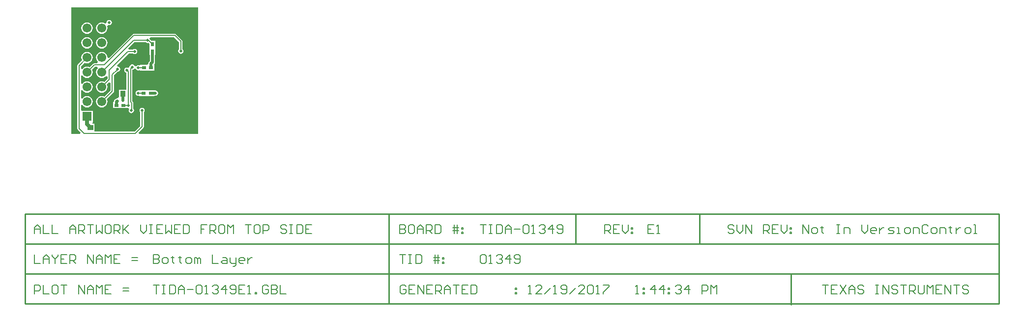
<source format=gbl>
G04 Layer_Physical_Order=2*
G04 Layer_Color=16711680*
%FSAX25Y25*%
%MOIN*%
G70*
G01*
G75*
%ADD11R,0.03937X0.03740*%
%ADD12R,0.02362X0.03150*%
%ADD13C,0.02000*%
%ADD14C,0.00800*%
%ADD16C,0.01000*%
%ADD17C,0.06102*%
%ADD18R,0.06102X0.06102*%
%ADD19C,0.02000*%
%ADD20R,0.03740X0.03937*%
%ADD21R,0.03150X0.02362*%
%ADD22C,0.02500*%
G36*
X0157161Y0155439D02*
X0117258D01*
X0116875Y0156363D01*
X0120156Y0159644D01*
X0120156Y0159644D01*
X0120419Y0160037D01*
X0120511Y0160500D01*
Y0170159D01*
X0120589Y0170211D01*
X0120984Y0170803D01*
X0121122Y0171500D01*
X0120984Y0172197D01*
X0120589Y0172789D01*
X0119997Y0173184D01*
X0119300Y0173322D01*
X0118603Y0173184D01*
X0118011Y0172789D01*
X0117616Y0172197D01*
X0117478Y0171500D01*
X0117616Y0170803D01*
X0118011Y0170211D01*
X0118089Y0170159D01*
Y0161002D01*
X0114199Y0157111D01*
X0087852D01*
X0086906Y0157243D01*
X0086906Y0158111D01*
Y0162557D01*
X0085508D01*
X0085505Y0162561D01*
X0085839Y0163561D01*
X0085839D01*
Y0171239D01*
X0078811D01*
X0078161Y0171239D01*
X0077811Y0172093D01*
Y0174994D01*
X0077878Y0175032D01*
X0078811Y0175251D01*
X0079262Y0174662D01*
X0080064Y0174047D01*
X0080998Y0173660D01*
X0082000Y0173528D01*
X0083002Y0173660D01*
X0083936Y0174047D01*
X0084738Y0174662D01*
X0085353Y0175464D01*
X0085740Y0176398D01*
X0085872Y0177400D01*
X0085740Y0178402D01*
X0085353Y0179336D01*
X0084738Y0180138D01*
X0083936Y0180753D01*
X0083002Y0181140D01*
X0082000Y0181272D01*
X0080998Y0181140D01*
X0080064Y0180753D01*
X0079262Y0180138D01*
X0078811Y0179549D01*
X0077878Y0179768D01*
X0077811Y0179806D01*
Y0184994D01*
X0077878Y0185032D01*
X0078811Y0185251D01*
X0079262Y0184662D01*
X0080064Y0184047D01*
X0080998Y0183660D01*
X0082000Y0183528D01*
X0083002Y0183660D01*
X0083936Y0184047D01*
X0084738Y0184662D01*
X0085353Y0185464D01*
X0085740Y0186398D01*
X0085872Y0187400D01*
X0085740Y0188402D01*
X0085353Y0189336D01*
X0084738Y0190138D01*
X0083936Y0190753D01*
X0083002Y0191140D01*
X0082000Y0191272D01*
X0080998Y0191140D01*
X0080064Y0190753D01*
X0079262Y0190138D01*
X0078811Y0189549D01*
X0077878Y0189768D01*
X0077811Y0189806D01*
Y0194994D01*
X0077878Y0195032D01*
X0078811Y0195251D01*
X0079262Y0194662D01*
X0080064Y0194047D01*
X0080998Y0193660D01*
X0082000Y0193528D01*
X0083002Y0193660D01*
X0083936Y0194047D01*
X0084738Y0194662D01*
X0085353Y0195464D01*
X0085740Y0196398D01*
X0085872Y0197400D01*
X0085740Y0198402D01*
X0085439Y0199127D01*
X0087502Y0201189D01*
X0088990D01*
X0089330Y0200189D01*
X0089262Y0200138D01*
X0088647Y0199336D01*
X0088260Y0198402D01*
X0088128Y0197400D01*
X0088260Y0196398D01*
X0088647Y0195464D01*
X0089262Y0194662D01*
X0090064Y0194047D01*
X0090998Y0193660D01*
X0092000Y0193528D01*
X0093002Y0193660D01*
X0093936Y0194047D01*
X0094738Y0194662D01*
X0094889Y0194860D01*
X0095889Y0194520D01*
Y0193001D01*
X0093727Y0190839D01*
X0093002Y0191140D01*
X0092000Y0191272D01*
X0090998Y0191140D01*
X0090064Y0190753D01*
X0089262Y0190138D01*
X0088647Y0189336D01*
X0088260Y0188402D01*
X0088128Y0187400D01*
X0088260Y0186398D01*
X0088647Y0185464D01*
X0089262Y0184662D01*
X0090064Y0184047D01*
X0090998Y0183660D01*
X0092000Y0183528D01*
X0093002Y0183660D01*
X0093936Y0184047D01*
X0094738Y0184662D01*
X0095353Y0185464D01*
X0095740Y0186398D01*
X0095872Y0187400D01*
X0095740Y0188402D01*
X0095439Y0189127D01*
X0096965Y0190653D01*
X0097889Y0190271D01*
Y0185002D01*
X0093727Y0180839D01*
X0093002Y0181140D01*
X0092000Y0181272D01*
X0090998Y0181140D01*
X0090064Y0180753D01*
X0089262Y0180138D01*
X0088647Y0179336D01*
X0088260Y0178402D01*
X0088128Y0177400D01*
X0088260Y0176398D01*
X0088647Y0175464D01*
X0089262Y0174662D01*
X0090064Y0174047D01*
X0090998Y0173660D01*
X0092000Y0173528D01*
X0093002Y0173660D01*
X0093936Y0174047D01*
X0094738Y0174662D01*
X0095353Y0175464D01*
X0095740Y0176398D01*
X0095872Y0177400D01*
X0095740Y0178402D01*
X0095439Y0179127D01*
X0099956Y0183644D01*
X0099956Y0183644D01*
X0100218Y0184037D01*
X0100311Y0184500D01*
X0100311Y0184500D01*
Y0195210D01*
X0102798Y0197697D01*
X0103397Y0197816D01*
X0103989Y0198211D01*
X0104384Y0198803D01*
X0104522Y0199500D01*
X0104384Y0200197D01*
X0103989Y0200789D01*
X0103397Y0201184D01*
X0102741Y0201314D01*
X0102623Y0201489D01*
X0102268Y0202256D01*
X0110301Y0210289D01*
X0112859D01*
X0112911Y0210211D01*
X0113503Y0209816D01*
X0114200Y0209678D01*
X0114897Y0209816D01*
X0115489Y0210211D01*
X0115884Y0210803D01*
X0116022Y0211500D01*
X0115884Y0212197D01*
X0115489Y0212789D01*
X0114897Y0213184D01*
X0114200Y0213322D01*
X0113503Y0213184D01*
X0112911Y0212789D01*
X0112859Y0212711D01*
X0110437D01*
X0110023Y0213711D01*
X0114201Y0217889D01*
X0121659D01*
X0121711Y0217811D01*
X0122303Y0217416D01*
X0123000Y0217278D01*
X0123561Y0217389D01*
X0124331Y0216619D01*
X0124331Y0214000D01*
X0124331Y0213000D01*
Y0209276D01*
X0124478D01*
Y0205030D01*
X0124074Y0204626D01*
X0123679Y0204035D01*
X0123540Y0203338D01*
X0123441Y0203103D01*
X0123000Y0202468D01*
X0122000Y0202468D01*
X0118276D01*
Y0202468D01*
X0117276Y0202179D01*
X0116759Y0202281D01*
X0116062Y0202143D01*
X0115470Y0201748D01*
X0115334Y0201543D01*
X0114284Y0201697D01*
X0113889Y0202289D01*
X0113297Y0202684D01*
X0112600Y0202822D01*
X0111903Y0202684D01*
X0111311Y0202289D01*
X0110916Y0201697D01*
X0110778Y0201000D01*
X0110575Y0200787D01*
X0109779Y0200502D01*
X0109082Y0200641D01*
X0108385Y0200502D01*
X0107793Y0200107D01*
X0107398Y0199515D01*
X0107260Y0198818D01*
X0107398Y0198121D01*
X0107793Y0197529D01*
X0108385Y0197134D01*
X0108789Y0197054D01*
Y0185471D01*
X0103542D01*
Y0180464D01*
X0102653Y0179692D01*
X0102500Y0179722D01*
X0101803Y0179584D01*
X0101211Y0179189D01*
X0100749Y0178726D01*
X0100354Y0178135D01*
X0100272Y0177722D01*
X0099676Y0176969D01*
X0099676Y0176969D01*
X0099676Y0176969D01*
Y0173031D01*
X0103400D01*
X0104400Y0173031D01*
X0105400Y0173031D01*
X0109124D01*
Y0173031D01*
X0110000Y0173178D01*
X0110527Y0172263D01*
X0110416Y0172097D01*
X0110278Y0171400D01*
X0110416Y0170703D01*
X0110811Y0170111D01*
X0111403Y0169716D01*
X0112100Y0169578D01*
X0112797Y0169716D01*
X0113389Y0170111D01*
X0113784Y0170703D01*
X0113922Y0171400D01*
X0113784Y0172097D01*
X0113398Y0172675D01*
Y0176700D01*
X0113398Y0176700D01*
X0113306Y0177163D01*
X0113043Y0177556D01*
X0113043Y0177556D01*
X0112798Y0177802D01*
Y0199217D01*
X0113297Y0199316D01*
X0113889Y0199711D01*
X0114025Y0199916D01*
X0115075Y0199762D01*
X0115470Y0199170D01*
X0116062Y0198775D01*
X0116759Y0198637D01*
X0117276Y0198739D01*
X0118276Y0198531D01*
Y0198531D01*
X0122000D01*
X0123000Y0198531D01*
X0124000Y0198531D01*
X0127724D01*
Y0202468D01*
X0127724Y0202468D01*
X0127870Y0203408D01*
X0127984Y0203578D01*
X0128122Y0204276D01*
X0128122Y0204276D01*
Y0209276D01*
X0128269D01*
Y0213000D01*
X0128269Y0214000D01*
X0128269Y0215000D01*
Y0218724D01*
X0125650D01*
X0124710Y0219664D01*
X0124684Y0219797D01*
X0124422Y0220189D01*
X0124658Y0220902D01*
X0124865Y0221189D01*
X0140998D01*
X0144289Y0217899D01*
Y0213141D01*
X0144211Y0213089D01*
X0143816Y0212497D01*
X0143678Y0211800D01*
X0143816Y0211103D01*
X0144211Y0210511D01*
X0144803Y0210116D01*
X0145500Y0209978D01*
X0146197Y0210116D01*
X0146789Y0210511D01*
X0147184Y0211103D01*
X0147322Y0211800D01*
X0147184Y0212497D01*
X0146789Y0213089D01*
X0146711Y0213141D01*
Y0218400D01*
X0146618Y0218863D01*
X0146356Y0219256D01*
X0146356Y0219256D01*
X0142356Y0223256D01*
X0141963Y0223518D01*
X0141500Y0223611D01*
X0141500Y0223611D01*
X0113800D01*
X0113337Y0223518D01*
X0112944Y0223256D01*
X0096849Y0207161D01*
X0096327Y0207289D01*
X0095849Y0207575D01*
X0095740Y0208402D01*
X0095353Y0209336D01*
X0094738Y0210138D01*
X0093936Y0210753D01*
X0093002Y0211140D01*
X0092000Y0211272D01*
X0090998Y0211140D01*
X0090064Y0210753D01*
X0089262Y0210138D01*
X0088647Y0209336D01*
X0088260Y0208402D01*
X0088128Y0207400D01*
X0088260Y0206398D01*
X0088647Y0205464D01*
X0089262Y0204662D01*
X0089330Y0204611D01*
X0088990Y0203611D01*
X0087000D01*
X0087000Y0203611D01*
X0086537Y0203519D01*
X0086144Y0203256D01*
X0086144Y0203256D01*
X0083727Y0200839D01*
X0083002Y0201140D01*
X0082000Y0201272D01*
X0080998Y0201140D01*
X0080064Y0200753D01*
X0079262Y0200138D01*
X0078811Y0199549D01*
X0077878Y0199768D01*
X0077811Y0199806D01*
Y0201499D01*
X0080273Y0203961D01*
X0080998Y0203660D01*
X0082000Y0203528D01*
X0083002Y0203660D01*
X0083936Y0204047D01*
X0084738Y0204662D01*
X0085353Y0205464D01*
X0085740Y0206398D01*
X0085872Y0207400D01*
X0085740Y0208402D01*
X0085353Y0209336D01*
X0084738Y0210138D01*
X0083936Y0210753D01*
X0083002Y0211140D01*
X0082000Y0211272D01*
X0080998Y0211140D01*
X0080064Y0210753D01*
X0079262Y0210138D01*
X0078647Y0209336D01*
X0078260Y0208402D01*
X0078128Y0207400D01*
X0078260Y0206398D01*
X0078561Y0205673D01*
X0075744Y0202856D01*
X0075481Y0202463D01*
X0075389Y0202000D01*
X0075389Y0202000D01*
Y0159200D01*
X0075389Y0159200D01*
X0075481Y0158737D01*
X0075744Y0158344D01*
X0077725Y0156363D01*
X0077342Y0155439D01*
X0071239D01*
Y0241361D01*
X0157161D01*
Y0155439D01*
D02*
G37*
%LPC*%
G36*
X0082000Y0221272D02*
X0080998Y0221140D01*
X0080064Y0220753D01*
X0079262Y0220138D01*
X0078647Y0219336D01*
X0078260Y0218402D01*
X0078128Y0217400D01*
X0078260Y0216398D01*
X0078647Y0215464D01*
X0079262Y0214662D01*
X0080064Y0214047D01*
X0080998Y0213660D01*
X0082000Y0213528D01*
X0083002Y0213660D01*
X0083936Y0214047D01*
X0084738Y0214662D01*
X0085353Y0215464D01*
X0085740Y0216398D01*
X0085872Y0217400D01*
X0085740Y0218402D01*
X0085353Y0219336D01*
X0084738Y0220138D01*
X0083936Y0220753D01*
X0083002Y0221140D01*
X0082000Y0221272D01*
D02*
G37*
G36*
X0122800Y0185169D02*
X0121800Y0185169D01*
X0118076D01*
X0118076Y0185169D01*
X0117076Y0185048D01*
X0116700Y0185122D01*
X0116003Y0184984D01*
X0115411Y0184589D01*
X0115016Y0183997D01*
X0114878Y0183300D01*
X0115016Y0182603D01*
X0115411Y0182011D01*
X0116003Y0181616D01*
X0116700Y0181478D01*
X0117076Y0181552D01*
X0118076Y0181231D01*
Y0181231D01*
X0121800D01*
X0122800Y0181231D01*
X0123800Y0181231D01*
X0127524D01*
Y0181378D01*
X0128400D01*
X0129097Y0181516D01*
X0129689Y0181911D01*
X0130084Y0182503D01*
X0130222Y0183200D01*
X0130084Y0183897D01*
X0129689Y0184489D01*
X0129097Y0184884D01*
X0128400Y0185022D01*
X0127524D01*
Y0185169D01*
X0123800D01*
X0122800Y0185169D01*
D02*
G37*
G36*
X0097038Y0232985D02*
X0096340Y0232846D01*
X0095749Y0232451D01*
X0095354Y0231860D01*
X0095215Y0231162D01*
X0095246Y0231008D01*
X0094339Y0230444D01*
X0093936Y0230753D01*
X0093002Y0231140D01*
X0092000Y0231272D01*
X0090998Y0231140D01*
X0090064Y0230753D01*
X0089262Y0230138D01*
X0088647Y0229336D01*
X0088260Y0228402D01*
X0088128Y0227400D01*
X0088260Y0226398D01*
X0088647Y0225464D01*
X0089262Y0224662D01*
X0090064Y0224047D01*
X0090998Y0223660D01*
X0092000Y0223528D01*
X0093002Y0223660D01*
X0093936Y0224047D01*
X0094738Y0224662D01*
X0095353Y0225464D01*
X0095740Y0226398D01*
X0095872Y0227400D01*
X0095740Y0228402D01*
X0095582Y0228782D01*
X0096210Y0229358D01*
X0096380Y0229471D01*
X0097038Y0229340D01*
X0097735Y0229479D01*
X0098326Y0229873D01*
X0098721Y0230465D01*
X0098860Y0231162D01*
X0098721Y0231860D01*
X0098326Y0232451D01*
X0097735Y0232846D01*
X0097038Y0232985D01*
D02*
G37*
G36*
X0082000Y0231272D02*
X0080998Y0231140D01*
X0080064Y0230753D01*
X0079262Y0230138D01*
X0078647Y0229336D01*
X0078260Y0228402D01*
X0078128Y0227400D01*
X0078260Y0226398D01*
X0078647Y0225464D01*
X0079262Y0224662D01*
X0080064Y0224047D01*
X0080998Y0223660D01*
X0082000Y0223528D01*
X0083002Y0223660D01*
X0083936Y0224047D01*
X0084738Y0224662D01*
X0085353Y0225464D01*
X0085740Y0226398D01*
X0085872Y0227400D01*
X0085740Y0228402D01*
X0085353Y0229336D01*
X0084738Y0230138D01*
X0083936Y0230753D01*
X0083002Y0231140D01*
X0082000Y0231272D01*
D02*
G37*
G36*
X0092000Y0221272D02*
X0090998Y0221140D01*
X0090064Y0220753D01*
X0089262Y0220138D01*
X0088647Y0219336D01*
X0088260Y0218402D01*
X0088128Y0217400D01*
X0088260Y0216398D01*
X0088647Y0215464D01*
X0089262Y0214662D01*
X0090064Y0214047D01*
X0090998Y0213660D01*
X0092000Y0213528D01*
X0093002Y0213660D01*
X0093936Y0214047D01*
X0094738Y0214662D01*
X0095353Y0215464D01*
X0095740Y0216398D01*
X0095872Y0217400D01*
X0095740Y0218402D01*
X0095353Y0219336D01*
X0094738Y0220138D01*
X0093936Y0220753D01*
X0093002Y0221140D01*
X0092000Y0221272D01*
D02*
G37*
%LPD*%
G54D11*
X0090450Y0159900D02*
D03*
X0084150D02*
D03*
G54D12*
X0126300Y0216362D02*
D03*
Y0211638D02*
D03*
G54D13*
X0125162Y0183200D02*
X0128400D01*
X0125362Y0203338D02*
X0126300Y0204276D01*
Y0211638D01*
X0125362Y0200500D02*
Y0203338D01*
X0106200Y0189014D02*
Y0193700D01*
X0092000Y0161450D02*
Y0167400D01*
X0090450Y0159900D02*
X0092000Y0161450D01*
X0106200Y0178300D02*
Y0182715D01*
X0102038Y0175000D02*
Y0177438D01*
X0102500Y0177900D01*
G54D14*
X0116700Y0183300D02*
X0116800Y0183200D01*
X0120438D01*
X0121438D01*
X0123562Y0219100D02*
X0126300Y0216362D01*
X0123000Y0219100D02*
X0123562D01*
X0102700Y0199311D02*
Y0199500D01*
X0116759Y0200459D02*
X0116800Y0200500D01*
X0120638D01*
X0119300Y0160500D02*
Y0171500D01*
X0114700Y0155900D02*
X0119300Y0160500D01*
X0141500Y0222400D02*
X0145500Y0218400D01*
Y0211800D02*
Y0218400D01*
X0113800Y0222400D02*
X0141500D01*
X0079900Y0155900D02*
X0114700D01*
X0076600Y0159200D02*
X0079900Y0155900D01*
X0076600Y0159200D02*
Y0202000D01*
X0082000Y0207400D01*
X0109800Y0211500D02*
X0114200D01*
X0087000Y0202400D02*
X0093800D01*
X0092000Y0197400D02*
X0113700Y0219100D01*
X0123000D01*
X0093800Y0202400D02*
X0113800Y0222400D01*
X0082000Y0197400D02*
X0087000Y0202400D01*
X0092000Y0187400D02*
X0097100Y0192500D01*
Y0198800D01*
X0109800Y0211500D01*
X0092000Y0177400D02*
X0099100Y0184500D01*
Y0195711D01*
X0102700Y0199311D01*
X0106962Y0174900D02*
X0107062Y0175000D01*
X0110000D01*
Y0197900D01*
X0109082Y0198818D02*
X0110000Y0197900D01*
X0111587Y0199987D02*
X0112600Y0201000D01*
X0112100Y0171400D02*
X0112187Y0171487D01*
Y0176700D01*
X0111587Y0177300D02*
X0112187Y0176700D01*
X0111587Y0177300D02*
Y0199987D01*
X0126900Y0073549D02*
Y0067551D01*
X0129899D01*
X0130899Y0068550D01*
Y0069550D01*
X0129899Y0070550D01*
X0126900D01*
X0129899D01*
X0130899Y0071549D01*
Y0072549D01*
X0129899Y0073549D01*
X0126900D01*
X0133898Y0067551D02*
X0135897D01*
X0136897Y0068550D01*
Y0070550D01*
X0135897Y0071549D01*
X0133898D01*
X0132898Y0070550D01*
Y0068550D01*
X0133898Y0067551D01*
X0139896Y0072549D02*
Y0071549D01*
X0138896D01*
X0140895D01*
X0139896D01*
Y0068550D01*
X0140895Y0067551D01*
X0144894Y0072549D02*
Y0071549D01*
X0143895D01*
X0145894D01*
X0144894D01*
Y0068550D01*
X0145894Y0067551D01*
X0149893D02*
X0151892D01*
X0152892Y0068550D01*
Y0070550D01*
X0151892Y0071549D01*
X0149893D01*
X0148893Y0070550D01*
Y0068550D01*
X0149893Y0067551D01*
X0154891D02*
Y0071549D01*
X0155891D01*
X0156890Y0070550D01*
Y0067551D01*
Y0070550D01*
X0157890Y0071549D01*
X0158890Y0070550D01*
Y0067551D01*
X0166887Y0073549D02*
Y0067551D01*
X0170886D01*
X0173885Y0071549D02*
X0175884D01*
X0176884Y0070550D01*
Y0067551D01*
X0173885D01*
X0172885Y0068550D01*
X0173885Y0069550D01*
X0176884D01*
X0178883Y0071549D02*
Y0068550D01*
X0179883Y0067551D01*
X0182882D01*
Y0066551D01*
X0181882Y0065551D01*
X0180883D01*
X0182882Y0067551D02*
Y0071549D01*
X0187880Y0067551D02*
X0185881D01*
X0184881Y0068550D01*
Y0070550D01*
X0185881Y0071549D01*
X0187880D01*
X0188880Y0070550D01*
Y0069550D01*
X0184881D01*
X0190879Y0071549D02*
Y0067551D01*
Y0069550D01*
X0191879Y0070550D01*
X0192879Y0071549D01*
X0193878D01*
X0567400Y0087833D02*
Y0093831D01*
X0571399Y0087833D01*
Y0093831D01*
X0574398Y0087833D02*
X0576397D01*
X0577397Y0088833D01*
Y0090832D01*
X0576397Y0091832D01*
X0574398D01*
X0573398Y0090832D01*
Y0088833D01*
X0574398Y0087833D01*
X0580396Y0092832D02*
Y0091832D01*
X0579396D01*
X0581395D01*
X0580396D01*
Y0088833D01*
X0581395Y0087833D01*
X0590393Y0093831D02*
X0592392D01*
X0591392D01*
Y0087833D01*
X0590393D01*
X0592392D01*
X0595391D02*
Y0091832D01*
X0598390D01*
X0599390Y0090832D01*
Y0087833D01*
X0607387Y0093831D02*
Y0089833D01*
X0609386Y0087833D01*
X0611386Y0089833D01*
Y0093831D01*
X0616384Y0087833D02*
X0614385D01*
X0613385Y0088833D01*
Y0090832D01*
X0614385Y0091832D01*
X0616384D01*
X0617384Y0090832D01*
Y0089833D01*
X0613385D01*
X0619383Y0091832D02*
Y0087833D01*
Y0089833D01*
X0620383Y0090832D01*
X0621383Y0091832D01*
X0622382D01*
X0625381Y0087833D02*
X0628380D01*
X0629380Y0088833D01*
X0628380Y0089833D01*
X0626381D01*
X0625381Y0090832D01*
X0626381Y0091832D01*
X0629380D01*
X0631379Y0087833D02*
X0633379D01*
X0632379D01*
Y0091832D01*
X0631379D01*
X0637377Y0087833D02*
X0639377D01*
X0640376Y0088833D01*
Y0090832D01*
X0639377Y0091832D01*
X0637377D01*
X0636378Y0090832D01*
Y0088833D01*
X0637377Y0087833D01*
X0642376D02*
Y0091832D01*
X0645375D01*
X0646374Y0090832D01*
Y0087833D01*
X0652373Y0092832D02*
X0651373Y0093831D01*
X0649373D01*
X0648374Y0092832D01*
Y0088833D01*
X0649373Y0087833D01*
X0651373D01*
X0652373Y0088833D01*
X0655372Y0087833D02*
X0657371D01*
X0658371Y0088833D01*
Y0090832D01*
X0657371Y0091832D01*
X0655372D01*
X0654372Y0090832D01*
Y0088833D01*
X0655372Y0087833D01*
X0660370D02*
Y0091832D01*
X0663369D01*
X0664369Y0090832D01*
Y0087833D01*
X0667368Y0092832D02*
Y0091832D01*
X0666368D01*
X0668367D01*
X0667368D01*
Y0088833D01*
X0668367Y0087833D01*
X0671366Y0091832D02*
Y0087833D01*
Y0089833D01*
X0672366Y0090832D01*
X0673366Y0091832D01*
X0674365D01*
X0678364Y0087833D02*
X0680364D01*
X0681363Y0088833D01*
Y0090832D01*
X0680364Y0091832D01*
X0678364D01*
X0677364Y0090832D01*
Y0088833D01*
X0678364Y0087833D01*
X0683362D02*
X0685362D01*
X0684362D01*
Y0093831D01*
X0683362D01*
X0520799Y0092832D02*
X0519799Y0093831D01*
X0517800D01*
X0516800Y0092832D01*
Y0091832D01*
X0517800Y0090832D01*
X0519799D01*
X0520799Y0089833D01*
Y0088833D01*
X0519799Y0087833D01*
X0517800D01*
X0516800Y0088833D01*
X0522798Y0093831D02*
Y0089833D01*
X0524797Y0087833D01*
X0526797Y0089833D01*
Y0093831D01*
X0528796Y0087833D02*
Y0093831D01*
X0532795Y0087833D01*
Y0093831D01*
X0540792Y0087833D02*
Y0093831D01*
X0543791D01*
X0544791Y0092832D01*
Y0090832D01*
X0543791Y0089833D01*
X0540792D01*
X0542792D02*
X0544791Y0087833D01*
X0550789Y0093831D02*
X0546790D01*
Y0087833D01*
X0550789D01*
X0546790Y0090832D02*
X0548790D01*
X0552788Y0093831D02*
Y0089833D01*
X0554788Y0087833D01*
X0556787Y0089833D01*
Y0093831D01*
X0558786Y0091832D02*
X0559786D01*
Y0090832D01*
X0558786D01*
Y0091832D01*
Y0088833D02*
X0559786D01*
Y0087833D01*
X0558786D01*
Y0088833D01*
X0433000Y0087833D02*
Y0093831D01*
X0435999D01*
X0436999Y0092832D01*
Y0090832D01*
X0435999Y0089833D01*
X0433000D01*
X0434999D02*
X0436999Y0087833D01*
X0442997Y0093831D02*
X0438998D01*
Y0087833D01*
X0442997D01*
X0438998Y0090832D02*
X0440997D01*
X0444996Y0093831D02*
Y0089833D01*
X0446995Y0087833D01*
X0448995Y0089833D01*
Y0093831D01*
X0450994Y0091832D02*
X0451994D01*
Y0090832D01*
X0450994D01*
Y0091832D01*
Y0088833D02*
X0451994D01*
Y0087833D01*
X0450994D01*
Y0088833D01*
X0126900Y0052965D02*
X0130899D01*
X0128899D01*
Y0046966D01*
X0132898Y0052965D02*
X0134897D01*
X0133898D01*
Y0046966D01*
X0132898D01*
X0134897D01*
X0137896Y0052965D02*
Y0046966D01*
X0140895D01*
X0141895Y0047966D01*
Y0051965D01*
X0140895Y0052965D01*
X0137896D01*
X0143895Y0046966D02*
Y0050965D01*
X0145894Y0052965D01*
X0147893Y0050965D01*
Y0046966D01*
Y0049966D01*
X0143895D01*
X0149893D02*
X0153891D01*
X0155891Y0051965D02*
X0156890Y0052965D01*
X0158890D01*
X0159889Y0051965D01*
Y0047966D01*
X0158890Y0046966D01*
X0156890D01*
X0155891Y0047966D01*
Y0051965D01*
X0161889Y0046966D02*
X0163888D01*
X0162888D01*
Y0052965D01*
X0161889Y0051965D01*
X0166887D02*
X0167887Y0052965D01*
X0169886D01*
X0170886Y0051965D01*
Y0050965D01*
X0169886Y0049966D01*
X0168886D01*
X0169886D01*
X0170886Y0048966D01*
Y0047966D01*
X0169886Y0046966D01*
X0167887D01*
X0166887Y0047966D01*
X0175884Y0046966D02*
Y0052965D01*
X0172885Y0049966D01*
X0176884D01*
X0178883Y0047966D02*
X0179883Y0046966D01*
X0181882D01*
X0182882Y0047966D01*
Y0051965D01*
X0181882Y0052965D01*
X0179883D01*
X0178883Y0051965D01*
Y0050965D01*
X0179883Y0049966D01*
X0182882D01*
X0188880Y0052965D02*
X0184881D01*
Y0046966D01*
X0188880D01*
X0184881Y0049966D02*
X0186881D01*
X0190879Y0046966D02*
X0192879D01*
X0191879D01*
Y0052965D01*
X0190879Y0051965D01*
X0195878Y0046966D02*
Y0047966D01*
X0196877D01*
Y0046966D01*
X0195878D01*
X0204875Y0051965D02*
X0203875Y0052965D01*
X0201876D01*
X0200876Y0051965D01*
Y0047966D01*
X0201876Y0046966D01*
X0203875D01*
X0204875Y0047966D01*
Y0049966D01*
X0202875D01*
X0206874Y0052965D02*
Y0046966D01*
X0209873D01*
X0210873Y0047966D01*
Y0048966D01*
X0209873Y0049966D01*
X0206874D01*
X0209873D01*
X0210873Y0050965D01*
Y0051965D01*
X0209873Y0052965D01*
X0206874D01*
X0212872D02*
Y0046966D01*
X0216871D01*
X0381150D02*
X0383149D01*
X0382150D01*
Y0052965D01*
X0381150Y0051965D01*
X0390147Y0046966D02*
X0386148D01*
X0390147Y0050965D01*
Y0051965D01*
X0389147Y0052965D01*
X0387148D01*
X0386148Y0051965D01*
X0392146Y0046966D02*
X0396145Y0050965D01*
X0398145Y0046966D02*
X0400144D01*
X0399144D01*
Y0052965D01*
X0398145Y0051965D01*
X0403143Y0047966D02*
X0404143Y0046966D01*
X0406142D01*
X0407142Y0047966D01*
Y0051965D01*
X0406142Y0052965D01*
X0404143D01*
X0403143Y0051965D01*
Y0050965D01*
X0404143Y0049966D01*
X0407142D01*
X0409141Y0046966D02*
X0413140Y0050965D01*
X0419138Y0046966D02*
X0415139D01*
X0419138Y0050965D01*
Y0051965D01*
X0418138Y0052965D01*
X0416139D01*
X0415139Y0051965D01*
X0421137D02*
X0422137Y0052965D01*
X0424136D01*
X0425136Y0051965D01*
Y0047966D01*
X0424136Y0046966D01*
X0422137D01*
X0421137Y0047966D01*
Y0051965D01*
X0427135Y0046966D02*
X0429135D01*
X0428135D01*
Y0052965D01*
X0427135Y0051965D01*
X0432133Y0052965D02*
X0436132D01*
Y0051965D01*
X0432133Y0047966D01*
Y0046966D01*
X0298199Y0051965D02*
X0297199Y0052965D01*
X0295200D01*
X0294200Y0051965D01*
Y0047966D01*
X0295200Y0046966D01*
X0297199D01*
X0298199Y0047966D01*
Y0049966D01*
X0296199D01*
X0304197Y0052965D02*
X0300198D01*
Y0046966D01*
X0304197D01*
X0300198Y0049966D02*
X0302197D01*
X0306196Y0046966D02*
Y0052965D01*
X0310195Y0046966D01*
Y0052965D01*
X0316193D02*
X0312194D01*
Y0046966D01*
X0316193D01*
X0312194Y0049966D02*
X0314194D01*
X0318192Y0046966D02*
Y0052965D01*
X0321191D01*
X0322191Y0051965D01*
Y0049966D01*
X0321191Y0048966D01*
X0318192D01*
X0320192D02*
X0322191Y0046966D01*
X0324190D02*
Y0050965D01*
X0326190Y0052965D01*
X0328189Y0050965D01*
Y0046966D01*
Y0049966D01*
X0324190D01*
X0330188Y0052965D02*
X0334187D01*
X0332188D01*
Y0046966D01*
X0340185Y0052965D02*
X0336186D01*
Y0046966D01*
X0340185D01*
X0336186Y0049966D02*
X0338186D01*
X0342184Y0052965D02*
Y0046966D01*
X0345183D01*
X0346183Y0047966D01*
Y0051965D01*
X0345183Y0052965D01*
X0342184D01*
X0372175Y0050965D02*
X0373175D01*
Y0049966D01*
X0372175D01*
Y0050965D01*
Y0047966D02*
X0373175D01*
Y0046966D01*
X0372175D01*
Y0047966D01*
X0046350Y0087833D02*
Y0091832D01*
X0048349Y0093831D01*
X0050349Y0091832D01*
Y0087833D01*
Y0090832D01*
X0046350D01*
X0052348Y0093831D02*
Y0087833D01*
X0056347D01*
X0058346Y0093831D02*
Y0087833D01*
X0062345D01*
X0070342D02*
Y0091832D01*
X0072342Y0093831D01*
X0074341Y0091832D01*
Y0087833D01*
Y0090832D01*
X0070342D01*
X0076340Y0087833D02*
Y0093831D01*
X0079339D01*
X0080339Y0092832D01*
Y0090832D01*
X0079339Y0089833D01*
X0076340D01*
X0078340D02*
X0080339Y0087833D01*
X0082338Y0093831D02*
X0086337D01*
X0084338D01*
Y0087833D01*
X0088336Y0093831D02*
Y0087833D01*
X0090336Y0089833D01*
X0092335Y0087833D01*
Y0093831D01*
X0097334D02*
X0095334D01*
X0094335Y0092832D01*
Y0088833D01*
X0095334Y0087833D01*
X0097334D01*
X0098333Y0088833D01*
Y0092832D01*
X0097334Y0093831D01*
X0100332Y0087833D02*
Y0093831D01*
X0103332D01*
X0104331Y0092832D01*
Y0090832D01*
X0103332Y0089833D01*
X0100332D01*
X0102332D02*
X0104331Y0087833D01*
X0106331Y0093831D02*
Y0087833D01*
Y0089833D01*
X0110329Y0093831D01*
X0107330Y0090832D01*
X0110329Y0087833D01*
X0118327Y0093831D02*
Y0089833D01*
X0120326Y0087833D01*
X0122325Y0089833D01*
Y0093831D01*
X0124325D02*
X0126324D01*
X0125324D01*
Y0087833D01*
X0124325D01*
X0126324D01*
X0133322Y0093831D02*
X0129323D01*
Y0087833D01*
X0133322D01*
X0129323Y0090832D02*
X0131323D01*
X0135321Y0093831D02*
Y0087833D01*
X0137321Y0089833D01*
X0139320Y0087833D01*
Y0093831D01*
X0145318D02*
X0141319D01*
Y0087833D01*
X0145318D01*
X0141319Y0090832D02*
X0143319D01*
X0147317Y0093831D02*
Y0087833D01*
X0150316D01*
X0151316Y0088833D01*
Y0092832D01*
X0150316Y0093831D01*
X0147317D01*
X0163312D02*
X0159313D01*
Y0090832D01*
X0161313D01*
X0159313D01*
Y0087833D01*
X0165312D02*
Y0093831D01*
X0168310D01*
X0169310Y0092832D01*
Y0090832D01*
X0168310Y0089833D01*
X0165312D01*
X0167311D02*
X0169310Y0087833D01*
X0174309Y0093831D02*
X0172309D01*
X0171310Y0092832D01*
Y0088833D01*
X0172309Y0087833D01*
X0174309D01*
X0175308Y0088833D01*
Y0092832D01*
X0174309Y0093831D01*
X0177308Y0087833D02*
Y0093831D01*
X0179307Y0091832D01*
X0181306Y0093831D01*
Y0087833D01*
X0189304Y0093831D02*
X0193303D01*
X0191303D01*
Y0087833D01*
X0198301Y0093831D02*
X0196301D01*
X0195302Y0092832D01*
Y0088833D01*
X0196301Y0087833D01*
X0198301D01*
X0199301Y0088833D01*
Y0092832D01*
X0198301Y0093831D01*
X0201300Y0087833D02*
Y0093831D01*
X0204299D01*
X0205299Y0092832D01*
Y0090832D01*
X0204299Y0089833D01*
X0201300D01*
X0217295Y0092832D02*
X0216295Y0093831D01*
X0214296D01*
X0213296Y0092832D01*
Y0091832D01*
X0214296Y0090832D01*
X0216295D01*
X0217295Y0089833D01*
Y0088833D01*
X0216295Y0087833D01*
X0214296D01*
X0213296Y0088833D01*
X0219294Y0093831D02*
X0221293D01*
X0220294D01*
Y0087833D01*
X0219294D01*
X0221293D01*
X0224292Y0093831D02*
Y0087833D01*
X0227291D01*
X0228291Y0088833D01*
Y0092832D01*
X0227291Y0093831D01*
X0224292D01*
X0234289D02*
X0230291D01*
Y0087833D01*
X0234289D01*
X0230291Y0090832D02*
X0232290D01*
X0466149Y0093831D02*
X0462150D01*
Y0087833D01*
X0466149D01*
X0462150Y0090832D02*
X0464149D01*
X0468148Y0087833D02*
X0470147D01*
X0469148D01*
Y0093831D01*
X0468148Y0092832D01*
X0348550Y0093831D02*
X0352549D01*
X0350549D01*
Y0087833D01*
X0354548Y0093831D02*
X0356547D01*
X0355548D01*
Y0087833D01*
X0354548D01*
X0356547D01*
X0359546Y0093831D02*
Y0087833D01*
X0362545D01*
X0363545Y0088833D01*
Y0092832D01*
X0362545Y0093831D01*
X0359546D01*
X0365545Y0087833D02*
Y0091832D01*
X0367544Y0093831D01*
X0369543Y0091832D01*
Y0087833D01*
Y0090832D01*
X0365545D01*
X0371543D02*
X0375541D01*
X0377541Y0092832D02*
X0378540Y0093831D01*
X0380540D01*
X0381539Y0092832D01*
Y0088833D01*
X0380540Y0087833D01*
X0378540D01*
X0377541Y0088833D01*
Y0092832D01*
X0383539Y0087833D02*
X0385538D01*
X0384538D01*
Y0093831D01*
X0383539Y0092832D01*
X0388537D02*
X0389537Y0093831D01*
X0391536D01*
X0392536Y0092832D01*
Y0091832D01*
X0391536Y0090832D01*
X0390536D01*
X0391536D01*
X0392536Y0089833D01*
Y0088833D01*
X0391536Y0087833D01*
X0389537D01*
X0388537Y0088833D01*
X0397534Y0087833D02*
Y0093831D01*
X0394535Y0090832D01*
X0398534D01*
X0400533Y0088833D02*
X0401533Y0087833D01*
X0403532D01*
X0404532Y0088833D01*
Y0092832D01*
X0403532Y0093831D01*
X0401533D01*
X0400533Y0092832D01*
Y0091832D01*
X0401533Y0090832D01*
X0404532D01*
X0294000Y0093831D02*
Y0087833D01*
X0296999D01*
X0297999Y0088833D01*
Y0089833D01*
X0296999Y0090832D01*
X0294000D01*
X0296999D01*
X0297999Y0091832D01*
Y0092832D01*
X0296999Y0093831D01*
X0294000D01*
X0302997D02*
X0300998D01*
X0299998Y0092832D01*
Y0088833D01*
X0300998Y0087833D01*
X0302997D01*
X0303997Y0088833D01*
Y0092832D01*
X0302997Y0093831D01*
X0305996Y0087833D02*
Y0091832D01*
X0307996Y0093831D01*
X0309995Y0091832D01*
Y0087833D01*
Y0090832D01*
X0305996D01*
X0311994Y0087833D02*
Y0093831D01*
X0314993D01*
X0315993Y0092832D01*
Y0090832D01*
X0314993Y0089833D01*
X0311994D01*
X0313994D02*
X0315993Y0087833D01*
X0317992Y0093831D02*
Y0087833D01*
X0320991D01*
X0321991Y0088833D01*
Y0092832D01*
X0320991Y0093831D01*
X0317992D01*
X0330988Y0087833D02*
Y0093831D01*
X0332987D02*
Y0087833D01*
X0329988Y0091832D02*
X0332987D01*
X0333987D01*
X0329988Y0089833D02*
X0333987D01*
X0335986Y0091832D02*
X0336986D01*
Y0090832D01*
X0335986D01*
Y0091832D01*
Y0088833D02*
X0336986D01*
Y0087833D01*
X0335986D01*
Y0088833D01*
X0046350Y0073549D02*
Y0067551D01*
X0050349D01*
X0052348D02*
Y0071549D01*
X0054347Y0073549D01*
X0056347Y0071549D01*
Y0067551D01*
Y0070550D01*
X0052348D01*
X0058346Y0073549D02*
Y0072549D01*
X0060346Y0070550D01*
X0062345Y0072549D01*
Y0073549D01*
X0060346Y0070550D02*
Y0067551D01*
X0068343Y0073549D02*
X0064344D01*
Y0067551D01*
X0068343D01*
X0064344Y0070550D02*
X0066343D01*
X0070342Y0067551D02*
Y0073549D01*
X0073341D01*
X0074341Y0072549D01*
Y0070550D01*
X0073341Y0069550D01*
X0070342D01*
X0072342D02*
X0074341Y0067551D01*
X0082338D02*
Y0073549D01*
X0086337Y0067551D01*
Y0073549D01*
X0088336Y0067551D02*
Y0071549D01*
X0090336Y0073549D01*
X0092335Y0071549D01*
Y0067551D01*
Y0070550D01*
X0088336D01*
X0094335Y0067551D02*
Y0073549D01*
X0096334Y0071549D01*
X0098333Y0073549D01*
Y0067551D01*
X0104331Y0073549D02*
X0100332D01*
Y0067551D01*
X0104331D01*
X0100332Y0070550D02*
X0102332D01*
X0112329Y0069550D02*
X0116327D01*
X0112329Y0071549D02*
X0116327D01*
X0046350Y0046966D02*
Y0052965D01*
X0049349D01*
X0050349Y0051965D01*
Y0049966D01*
X0049349Y0048966D01*
X0046350D01*
X0052348Y0052965D02*
Y0046966D01*
X0056347D01*
X0061345Y0052965D02*
X0059346D01*
X0058346Y0051965D01*
Y0047966D01*
X0059346Y0046966D01*
X0061345D01*
X0062345Y0047966D01*
Y0051965D01*
X0061345Y0052965D01*
X0064344D02*
X0068343D01*
X0066343D01*
Y0046966D01*
X0076340D02*
Y0052965D01*
X0080339Y0046966D01*
Y0052965D01*
X0082338Y0046966D02*
Y0050965D01*
X0084338Y0052965D01*
X0086337Y0050965D01*
Y0046966D01*
Y0049966D01*
X0082338D01*
X0088336Y0046966D02*
Y0052965D01*
X0090336Y0050965D01*
X0092335Y0052965D01*
Y0046966D01*
X0098333Y0052965D02*
X0094335D01*
Y0046966D01*
X0098333D01*
X0094335Y0049966D02*
X0096334D01*
X0106331Y0048966D02*
X0110329D01*
X0106331Y0050965D02*
X0110329D01*
X0454050Y0046966D02*
X0456049D01*
X0455050D01*
Y0052965D01*
X0454050Y0051965D01*
X0459048Y0050965D02*
X0460048D01*
Y0049966D01*
X0459048D01*
Y0050965D01*
Y0047966D02*
X0460048D01*
Y0046966D01*
X0459048D01*
Y0047966D01*
X0467046Y0046966D02*
Y0052965D01*
X0464047Y0049966D01*
X0468046D01*
X0473044Y0046966D02*
Y0052965D01*
X0470045Y0049966D01*
X0474044D01*
X0476043Y0050965D02*
X0477043D01*
Y0049966D01*
X0476043D01*
Y0050965D01*
Y0047966D02*
X0477043D01*
Y0046966D01*
X0476043D01*
Y0047966D01*
X0481041Y0051965D02*
X0482041Y0052965D01*
X0484040D01*
X0485040Y0051965D01*
Y0050965D01*
X0484040Y0049966D01*
X0483041D01*
X0484040D01*
X0485040Y0048966D01*
Y0047966D01*
X0484040Y0046966D01*
X0482041D01*
X0481041Y0047966D01*
X0490038Y0046966D02*
Y0052965D01*
X0487039Y0049966D01*
X0491038D01*
X0499035Y0046966D02*
Y0052965D01*
X0502035D01*
X0503034Y0051965D01*
Y0049966D01*
X0502035Y0048966D01*
X0499035D01*
X0505033Y0046966D02*
Y0052965D01*
X0507033Y0050965D01*
X0509032Y0052965D01*
Y0046966D01*
X0580500Y0052965D02*
X0584499D01*
X0582499D01*
Y0046966D01*
X0590497Y0052965D02*
X0586498D01*
Y0046966D01*
X0590497D01*
X0586498Y0049966D02*
X0588497D01*
X0592496Y0052965D02*
X0596495Y0046966D01*
Y0052965D02*
X0592496Y0046966D01*
X0598494D02*
Y0050965D01*
X0600493Y0052965D01*
X0602493Y0050965D01*
Y0046966D01*
Y0049966D01*
X0598494D01*
X0608491Y0051965D02*
X0607491Y0052965D01*
X0605492D01*
X0604492Y0051965D01*
Y0050965D01*
X0605492Y0049966D01*
X0607491D01*
X0608491Y0048966D01*
Y0047966D01*
X0607491Y0046966D01*
X0605492D01*
X0604492Y0047966D01*
X0616488Y0052965D02*
X0618488D01*
X0617488D01*
Y0046966D01*
X0616488D01*
X0618488D01*
X0621487D02*
Y0052965D01*
X0625486Y0046966D01*
Y0052965D01*
X0631484Y0051965D02*
X0630484Y0052965D01*
X0628484D01*
X0627485Y0051965D01*
Y0050965D01*
X0628484Y0049966D01*
X0630484D01*
X0631484Y0048966D01*
Y0047966D01*
X0630484Y0046966D01*
X0628484D01*
X0627485Y0047966D01*
X0633483Y0052965D02*
X0637482D01*
X0635482D01*
Y0046966D01*
X0639481D02*
Y0052965D01*
X0642480D01*
X0643480Y0051965D01*
Y0049966D01*
X0642480Y0048966D01*
X0639481D01*
X0641480D02*
X0643480Y0046966D01*
X0645479Y0052965D02*
Y0047966D01*
X0646479Y0046966D01*
X0648478D01*
X0649478Y0047966D01*
Y0052965D01*
X0651477Y0046966D02*
Y0052965D01*
X0653476Y0050965D01*
X0655476Y0052965D01*
Y0046966D01*
X0661474Y0052965D02*
X0657475D01*
Y0046966D01*
X0661474D01*
X0657475Y0049966D02*
X0659474D01*
X0663473Y0046966D02*
Y0052965D01*
X0667472Y0046966D01*
Y0052965D01*
X0669471D02*
X0673470D01*
X0671471D01*
Y0046966D01*
X0679468Y0051965D02*
X0678468Y0052965D01*
X0676469D01*
X0675469Y0051965D01*
Y0050965D01*
X0676469Y0049966D01*
X0678468D01*
X0679468Y0048966D01*
Y0047966D01*
X0678468Y0046966D01*
X0676469D01*
X0675469Y0047966D01*
X0294000Y0073498D02*
X0297999D01*
X0295999D01*
Y0067500D01*
X0299998Y0073498D02*
X0301997D01*
X0300998D01*
Y0067500D01*
X0299998D01*
X0301997D01*
X0304996Y0073498D02*
Y0067500D01*
X0307996D01*
X0308995Y0068500D01*
Y0072498D01*
X0307996Y0073498D01*
X0304996D01*
X0317992Y0067500D02*
Y0073498D01*
X0319992D02*
Y0067500D01*
X0316993Y0071499D02*
X0319992D01*
X0320991D01*
X0316993Y0069499D02*
X0320991D01*
X0322991Y0071499D02*
X0323990D01*
Y0070499D01*
X0322991D01*
Y0071499D01*
Y0068500D02*
X0323990D01*
Y0067500D01*
X0322991D01*
Y0068500D01*
X0348550Y0072498D02*
X0349550Y0073498D01*
X0351549D01*
X0352549Y0072498D01*
Y0068500D01*
X0351549Y0067500D01*
X0349550D01*
X0348550Y0068500D01*
Y0072498D01*
X0354548Y0067500D02*
X0356547D01*
X0355548D01*
Y0073498D01*
X0354548Y0072498D01*
X0359546D02*
X0360546Y0073498D01*
X0362545D01*
X0363545Y0072498D01*
Y0071499D01*
X0362545Y0070499D01*
X0361546D01*
X0362545D01*
X0363545Y0069499D01*
Y0068500D01*
X0362545Y0067500D01*
X0360546D01*
X0359546Y0068500D01*
X0368544Y0067500D02*
Y0073498D01*
X0365545Y0070499D01*
X0369543D01*
X0371543Y0068500D02*
X0372542Y0067500D01*
X0374542D01*
X0375541Y0068500D01*
Y0072498D01*
X0374542Y0073498D01*
X0372542D01*
X0371543Y0072498D01*
Y0071499D01*
X0372542Y0070499D01*
X0375541D01*
G54D16*
X0497200Y0080717D02*
Y0101050D01*
X0413200Y0080717D02*
Y0101050D01*
X0040000Y0080717D02*
X0700200D01*
X0040000Y0060383D02*
X0700000D01*
X0040000Y0040050D02*
X0440500D01*
X0040050Y0101050D02*
X0700200D01*
X0040050Y0040050D02*
Y0101050D01*
Y0040050D02*
X0197600D01*
X0040000D02*
Y0101050D01*
X0286500Y0040050D02*
Y0101050D01*
X0700200Y0040050D02*
Y0101050D01*
X0440500Y0040050D02*
X0700200D01*
X0559400Y0039400D02*
Y0059683D01*
G54D17*
X0092000Y0227400D02*
D03*
Y0217400D02*
D03*
Y0207400D02*
D03*
Y0197400D02*
D03*
Y0187400D02*
D03*
Y0177400D02*
D03*
Y0167400D02*
D03*
X0082000Y0227400D02*
D03*
Y0217400D02*
D03*
Y0207400D02*
D03*
Y0197400D02*
D03*
Y0187400D02*
D03*
Y0177400D02*
D03*
G54D18*
Y0167400D02*
D03*
G54D19*
X0128400Y0183200D02*
D03*
X0116700Y0183300D02*
D03*
X0112100Y0171400D02*
D03*
X0097038Y0231162D02*
D03*
X0102700Y0199500D02*
D03*
X0125362Y0203338D02*
D03*
X0116759Y0200459D02*
D03*
X0119300Y0171500D02*
D03*
X0145500Y0211800D02*
D03*
X0109082Y0198818D02*
D03*
X0112600Y0201000D02*
D03*
X0123000Y0219100D02*
D03*
X0114200Y0211500D02*
D03*
X0152100Y0170000D02*
D03*
X0106200Y0193700D02*
D03*
X0101100Y0237300D02*
D03*
X0106200Y0178300D02*
D03*
X0110000Y0175000D02*
D03*
X0102500Y0177900D02*
D03*
G54D20*
X0106200Y0189014D02*
D03*
Y0182715D02*
D03*
G54D21*
X0120438Y0183200D02*
D03*
X0125162D02*
D03*
X0120638Y0200500D02*
D03*
X0125362D02*
D03*
X0106762Y0175000D02*
D03*
X0102038D02*
D03*
G54D22*
X0082000Y0162050D02*
Y0167400D01*
Y0162050D02*
X0084150Y0159900D01*
M02*

</source>
